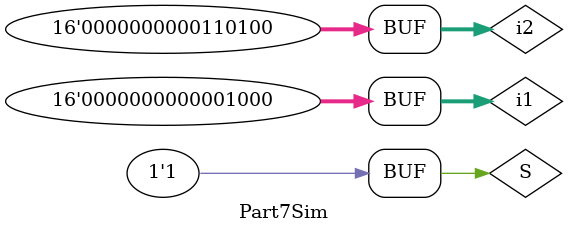
<source format=v>
`timescale 1ns / 1ps

/*
module Sim1();  //Part 2
    reg     i1; //Input reg
    reg     i2;
    wire    o;
    wire    co;
    HalfAdder   uut(i1, i2, o, co);
    initial begin
        i1 = 0; i2 = 0; #50;
        i1 = 0; i2 = 1; #50;
        i1 = 1; i2 = 0; #50;
        i1 = 1; i2 = 1; #50;
     end
endmodule
*/
/*
module Sim2();     //Part 3 Sim
    reg     i1; //Input reg
    reg     i2;
    reg    cin;
    wire    o;
    wire    co;
    FullAdder   uut(i1, i2, cin, o, co);
    initial begin
        i1 = 0; i2 = 0; cin = 0; #50;
        i1 = 0; i2 = 1; cin = 0; #50;
        i1 = 1; i2 = 0; cin = 0; #50;
        i1 = 1; i2 = 1; cin = 0; #50;
        i1 = 0; i2 = 0; cin = 1; #50;
        i1 = 0; i2 = 1; cin = 1; #50;
        i1 = 1; i2 = 0; cin = 1; #50;
        i1 = 1; i2 = 1; cin = 1; #50;
     end
endmodule
*/
/*
module Sim3();  //Part 4
    reg   [3:0]  i1; //Input reg
    reg   [3:0]  i2;
    reg    cin;
    wire   [3:0] o;
    wire    co;
    FourBitFA   uut(i1, i2, cin, o, co);
    initial begin
        i1 = 4'd7;   i2 = 4'd1;   cin = 0;  #50;  //7+1, cin = 0
        i1 = 4'd2;   i2 = 4'd8;   cin = 0;  #50; //2+8, cin = 0
        i1 = 4'd2;   i2 = 4'd3;   cin = 0;  #50; //2+3, cin = 0
        i1 = 4'd14;  i2 = 4'd10;  cin = 0;  #50; //14+10, cin = 0
        i1 = 4'd10;  i2 = 4'd5;   cin = 0;  #50; //10+5, cin = 0
        i1 = 4'd15;  i2 = 4'd4;   cin = 0;  #50; //15+4, cin = 0
        i1 = 4'd6;   i2 = 4'd5;   cin = 0;  #50; //6+5, cin = 0
        i1 = 4'd8;   i2 = 4'd5;   cin = 0;  #50; //8+5, cin = 0
     end
endmodule*/
/*
module Sim4(); //Part 5
    reg   [15:0]  i1; //Input reg
    reg   [15:0]  i2;
    reg    cin;
    wire   [15:0] o;
    wire    co;
    SixteenBitFA   uut(i1, i2, cin, o, co);
    initial begin
        i1 = 16'd29;      i2 = 16'd3;     cin = 0;  #50; //29+3, cin = 0
        i1 = 16'd21;      i2 = 16'd83;    cin = 0;  #50; //21+83, cin = 0
        i1 = 16'd16800;   i2 = 16'd16900; cin = 0;  #50; //16800+16900, cin = 0
        i1 = 16'd65534;   i2 = 16'd65100; cin = 0;  #50; //65534+65100, cin=0
        i1 = 16'd202;     i2 = 16'd97;    cin = 0;  #50; //202+97, cin = 0
        i1 = 16'd44;      i2 = 16'd19;    cin = 0;  #50; //44+19, cin = 0
        i1 = 16'd644;     i2 = 16'd255;   cin = 0;  #50; //644+255, cin=0
        i1 = 16'd86;      i2 = 16'd572;   cin = 0;  #50; //86+572, cin = 0
     end
endmodule*/
/*
module Sim5();  //part6
    reg   [15:0]  i1; //Input reg
    reg   [15:0]  i2;
    reg    cin;
    reg    S;
    wire   [15:0] o;
    wire Cout;
    wire overflag;  //overflow flag
    wire borrowflag;     
    wire validity;   // check validity
    AdderSubstractor uut(i1, i2, cin, S, o, Cout, overflag, borrowflag, validity);
    initial begin
        i1 = 16'd29;      i2 = 16'd3;     cin = 1;   S=0;    #50;  //29-3, S=0
        i1 = 16'd21;      i2 = 16'd83;    cin = 0;   S=0;    #50;  //21+83, S=0
        i1 = 16'd16800;   i2 = 16'd16900; cin = 0;   S=1;    #50;  //16800+16900,S=1
        i1 = 16'd103;     i2 = 16'd145;   cin = 1;   S=0;    #50;  //103-145, S=0
        i1 = 16'd202;     i2 = 16'd97;    cin = 0;   S=0;    #50;  //202+97, S=0
        i1 = 16'd32400;   i2 = 16'd32200; cin = 0;   S=1;    #50;  //32400+32200, S=1
        i1 = 16'd6478;    i2 = 16'd2585;  cin = 1;   S=0;    #50;  //6478-2585, S=0
        i1 = 16'd8 ;      i2 = 16'd52;    cin = 1;   S=0;    #50;  //8-52, S=0
     end
endmodule
*/

module Part7Sim();
    reg   [15:0]  i1; //Input reg
    reg   [15:0]  i2;
    reg    S;
    wire  [15:0] o;
    wire Cout;
    wire overflag;  //overflow flag
    wire borrowflag;     
    wire validity;   // check validity
    Part7    uut(i1, i2, S, o, Cout, overflag, borrowflag, validity);
    initial begin
        i1 = 16'd3105;      i2 = 16'd11275;    S=0;    #50; //3*3105-2*11275, S=0
        i1 = 16'd21;        i2 = 16'd83;       S=0;    #50;  //3*21-2*83, S=0
        i1 = 16'd24;        i2 = 16'd32;       S=0;    #50;  //3*24-2*32, S=0
        i1 = 16'd16386;     i2 = 16'd353;      S=0;    #50;  //3*16386-2*353, S=0
        i1 = 16'd202;       i2 = 16'd97;       S=0;    #50;  //3*202-2*97, S=0
        i1 = 16'd44;        i2 = 16'd9;        S=0;    #50;  //3*44-2*9, S=0
        i1 = 16'd64;        i2 = 16'd65535;    S=0;    #50;  //3*64-2*65535, S=0
        i1 = 16'd8 ;        i2 = 16'd52;       S=0;    #50;  //3*8-2*52, S=0
        i1 = 16'd3105;      i2 = 16'd11275;    S=1;    #50;  //3*3105-2*11275, S=1
        i1 = 16'd21;        i2 = 16'd83;       S=1;    #50;  //3*21-2*83, S=1
        i1 = 16'd24;        i2 = 16'd32;       S=1;    #50;  //3*24-2*32, S=1
        i1 = 16'd16386;     i2 = 16'd353;      S=1;    #50;  //3*16386-2*353, S=1
        i1 = 16'd202;       i2 = 16'd97;       S=1;    #50;  //3*202-2*97, S=1
        i1 = 16'd44;        i2 = 16'd9;        S=1;    #50;  //3*44-2*9, S=1
        i1 = 16'd64;        i2 = 16'd65535;    S=1;    #50;  //3*64-2*65535, S=1
        i1 = 16'd8 ;        i2 = 16'd52;       S=1;    #50;  //3*8-2*52, S=1
     end
endmodule


</source>
